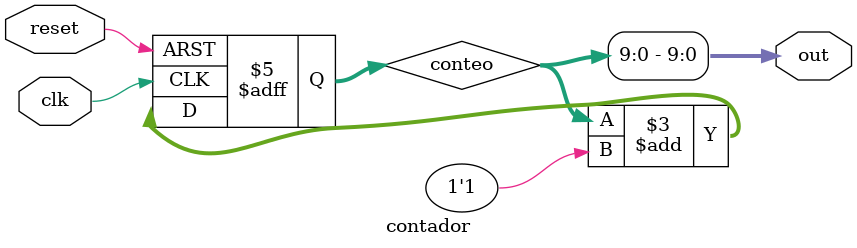
<source format=v>
module contador(
	input clk,// CLOCK debe 5 MHZ
	input reset,// Reset viene negado
   output [9:0]out// salida contador de 10 bits
);

reg [19:0]conteo=10'd0;
assign out[9:0]=conteo[9:0];


always@(posedge clk, negedge reset)
begin
	if(!reset)
	begin
		conteo[19:0]<=20'd0;
	end
	else
	begin
		conteo[19:0]<=conteo[19:0]+1'b1;
	end
	
end

endmodule

</source>
